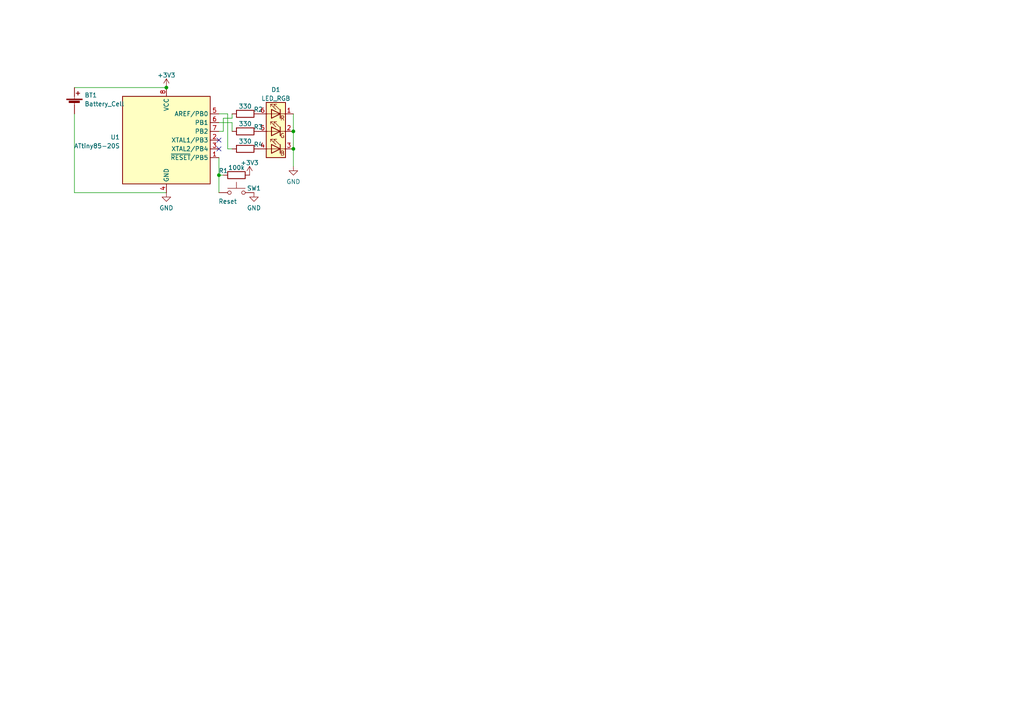
<source format=kicad_sch>
(kicad_sch (version 20211123) (generator eeschema)
  (paper "A4")
  (lib_symbols
    (symbol "Device:Battery_Cell" (pin_numbers hide) (pin_names (offset 0) hide)
      (property "Reference" "BT" (at 2.54 2.54 0))
      (property "Value" "Battery_Cell" (at 2.54 0 0))
      (symbol "Battery_Cell_0_1"
        (rectangle (start -2.286 1.778) (end 2.286 1.524) (fill (type outline)))
        (rectangle (start -1.5748 1.1938) (end 1.4732 0.6858) (fill (type outline)))
        (polyline (pts (xy 0 0.762) (xy 0 0)))
        (polyline (pts (xy 0 1.778) (xy 0 2.54)))
        (polyline (pts (xy 0.508 3.429) (xy 1.524 3.429)) (stroke (width 0.254)))
        (polyline (pts (xy 1.016 3.937) (xy 1.016 2.921)) (stroke (width 0.254)))
      )
      (symbol "Battery_Cell_1_1"
        (pin passive line (at 0 5.08 270) (length 2.54) (name "+") (number "1"))
        (pin passive line (at 0 -2.54 90) (length 2.54) (name "-") (number "2"))
      )
    )
    (symbol "Device:LED_RGB" (pin_names (offset 0) hide)
      (property "Reference" "D" (at 0 9.398 0))
      (property "Value" "LED_RGB" (at 0 -8.89 0))
      (symbol "LED_RGB_0_0"
        (text "B" (at -1.905 -6.35 0) (effects (font (size 1.27 1.27))))
        (text "G" (at -1.905 -1.27 0) (effects (font (size 1.27 1.27))))
        (text "R" (at -1.905 3.81 0) (effects (font (size 1.27 1.27))))
      )
      (symbol "LED_RGB_0_1"
        (polyline (pts (xy -1.27 -5.08) (xy -2.54 -5.08)))
        (polyline (pts (xy -1.27 -5.08) (xy 1.27 -5.08)))
        (polyline (pts (xy -1.27 -3.81) (xy -1.27 -6.35)) (stroke (width 0.254)))
        (polyline (pts (xy -1.27 0) (xy -2.54 0)))
        (polyline (pts (xy -1.27 1.27) (xy -1.27 -1.27)) (stroke (width 0.254)))
        (polyline (pts (xy -1.27 5.08) (xy -2.54 5.08)))
        (polyline (pts (xy -1.27 5.08) (xy 1.27 5.08)))
        (polyline (pts (xy -1.27 6.35) (xy -1.27 3.81)) (stroke (width 0.254)))
        (polyline (pts (xy 1.27 -5.08) (xy 2.54 -5.08)))
        (polyline (pts (xy 1.27 0) (xy -1.27 0)))
        (polyline (pts (xy 1.27 0) (xy 2.54 0)))
        (polyline (pts (xy 1.27 5.08) (xy 2.54 5.08)))
        (polyline (pts (xy -1.27 1.27) (xy -1.27 -1.27) (xy -1.27 -1.27)))
        (polyline (pts (xy -1.27 6.35) (xy -1.27 3.81) (xy -1.27 3.81)))
        (polyline (pts (xy 1.27 -3.81) (xy 1.27 -6.35) (xy -1.27 -5.08) (xy 1.27 -3.81)) (stroke (width 0.254)))
        (polyline (pts (xy 1.27 1.27) (xy 1.27 -1.27) (xy -1.27 0) (xy 1.27 1.27)) (stroke (width 0.254)))
        (polyline (pts (xy 1.27 6.35) (xy 1.27 3.81) (xy -1.27 5.08) (xy 1.27 6.35)) (stroke (width 0.254)))
        (polyline (pts (xy -1.016 -3.81) (xy 0.508 -2.286) (xy -0.254 -2.286) (xy 0.508 -2.286) (xy 0.508 -3.048)))
        (polyline (pts (xy -1.016 1.27) (xy 0.508 2.794) (xy -0.254 2.794) (xy 0.508 2.794) (xy 0.508 2.032)))
        (polyline (pts (xy -1.016 6.35) (xy 0.508 7.874) (xy -0.254 7.874) (xy 0.508 7.874) (xy 0.508 7.112)))
        (polyline (pts (xy 0 -3.81) (xy 1.524 -2.286) (xy 0.762 -2.286) (xy 1.524 -2.286) (xy 1.524 -3.048)))
        (polyline (pts (xy 0 1.27) (xy 1.524 2.794) (xy 0.762 2.794) (xy 1.524 2.794) (xy 1.524 2.032)))
        (polyline (pts (xy 0 6.35) (xy 1.524 7.874) (xy 0.762 7.874) (xy 1.524 7.874) (xy 1.524 7.112)))
        (rectangle (start 1.27 -1.27) (end 1.27 1.27))
        (rectangle (start 1.27 1.27) (end 1.27 1.27))
        (rectangle (start 1.27 3.81) (end 1.27 6.35))
        (rectangle (start 1.27 6.35) (end 1.27 6.35))
        (rectangle (start 2.794 8.382) (end -2.794 -7.62) (stroke (width 0.254)) (fill (type background)))
      )
      (symbol "LED_RGB_1_1"
        (pin passive line (at -5.08 5.08 0) (length 2.54) (name "RK") (number "1"))
        (pin passive line (at -5.08 0 0) (length 2.54) (name "GK") (number "2"))
        (pin passive line (at -5.08 -5.08 0) (length 2.54) (name "BK") (number "3"))
        (pin passive line (at 5.08 -5.08 180) (length 2.54) (name "BA") (number "4"))
        (pin passive line (at 5.08 0 180) (length 2.54) (name "GA") (number "5"))
        (pin passive line (at 5.08 5.08 180) (length 2.54) (name "RA") (number "6"))
      )
    )
    (symbol "Device:R" (pin_numbers hide) (pin_names (offset 0))
      (property "Reference" "R" (at 2.032 0 90))
      (property "Value" "R" (at 0 0 90))
      (symbol "R_0_1"
        (rectangle (start -1.016 -2.54) (end 1.016 2.54) (stroke (width 0.254)))
      )
      (symbol "R_1_1"
        (pin passive line (at 0 3.81 270) (length 1.27) (name "~") (number "1"))
        (pin passive line (at 0 -3.81 90) (length 1.27) (name "~") (number "2"))
      )
    )
    (symbol "MCU_Microchip_ATtiny:ATtiny85-20S"
      (property "Reference" "U" (at -12.7 13.97 0))
      (property "Value" "ATtiny85-20S" (at 2.54 -13.97 0))
      (symbol "ATtiny85-20S_0_1"
        (rectangle (start -12.7 -12.7) (end 12.7 12.7) (stroke (width 0.254)) (fill (type background)))
      )
      (symbol "ATtiny85-20S_1_1"
        (pin bidirectional line (at 15.24 -5.08 180) (length 2.54) (name "~{RESET}/PB5") (number "1"))
        (pin bidirectional line (at 15.24 0 180) (length 2.54) (name "XTAL1/PB3") (number "2"))
        (pin bidirectional line (at 15.24 -2.54 180) (length 2.54) (name "XTAL2/PB4") (number "3"))
        (pin power_in line (at 0 -15.24 90) (length 2.54) (name "GND") (number "4"))
        (pin bidirectional line (at 15.24 7.62 180) (length 2.54) (name "AREF/PB0") (number "5"))
        (pin bidirectional line (at 15.24 5.08 180) (length 2.54) (name "PB1") (number "6"))
        (pin bidirectional line (at 15.24 2.54 180) (length 2.54) (name "PB2") (number "7"))
        (pin power_in line (at 0 15.24 270) (length 2.54) (name "VCC") (number "8"))
      )
    )
    (symbol "Switch:SW_Push" (pin_numbers hide) (pin_names (offset 1.016) hide)
      (property "Reference" "SW" (at 1.27 2.54 0))
      (property "Value" "SW_Push" (at 0 -1.524 0))
      (symbol "SW_Push_0_1"
        (circle (center -2.032 0) (radius 0.508))
        (polyline (pts (xy 0 1.27) (xy 0 3.048)))
        (polyline (pts (xy 2.54 1.27) (xy -2.54 1.27)))
        (circle (center 2.032 0) (radius 0.508))
        (pin passive line (at -5.08 0 0) (length 2.54) (name "1") (number "1"))
        (pin passive line (at 5.08 0 180) (length 2.54) (name "2") (number "2"))
      )
    )
    (symbol "power:+3.3V" (power) (pin_names (offset 0))
      (property "Value" "+3.3V" (at 0 3.556 0))
      (symbol "+3.3V_0_1"
        (polyline (pts (xy -0.762 1.27) (xy 0 2.54)))
        (polyline (pts (xy 0 0) (xy 0 2.54)))
        (polyline (pts (xy 0 2.54) (xy 0.762 1.27)))
      )
      (symbol "+3.3V_1_1"
        (pin power_in line (at 0 0 90) (length 0) hide (name "+3V3") (number "1"))
      )
    )
    (symbol "power:GND" (power) (pin_names (offset 0))
      (property "Value" "GND" (at 0 -3.81 0))
      (symbol "GND_0_1"
        (polyline (pts (xy 0 0) (xy 0 -1.27) (xy 1.27 -1.27) (xy 0 -2.54) (xy -1.27 -1.27) (xy 0 -1.27)))
      )
      (symbol "GND_1_1"
        (pin power_in line (at 0 0 270) (length 0) hide (name "GND") (number "1"))
      )
    )
  )
  (junction (at 48.26 25.4))
  (junction (at 85.09 43.18))
  (junction (at 85.09 38.1))
  (junction (at 63.5 50.8))
  (no_connect (at 63.5 40.64))
  (no_connect (at 63.5 43.18))
  (wire (pts (xy 21.59 25.4) (xy 48.26 25.4)))
  (wire (pts (xy 66.04 33.02) (xy 63.5 33.02)))
  (wire (pts (xy 85.09 33.02) (xy 85.09 38.1)))
  (wire (pts (xy 63.5 38.1) (xy 64.77 38.1)))
  (wire (pts (xy 85.09 38.1) (xy 85.09 43.18)))
  (wire (pts (xy 64.77 38.1) (xy 64.77 34.29)))
  (wire (pts (xy 63.5 35.56) (xy 67.31 35.56)))
  (wire (pts (xy 85.09 43.18) (xy 85.09 48.26)))
  (wire (pts (xy 63.5 50.8) (xy 63.5 45.72)))
  (wire (pts (xy 21.59 33.02) (xy 21.59 55.88)))
  (wire (pts (xy 67.31 34.29) (xy 67.31 33.02)))
  (wire (pts (xy 67.31 35.56) (xy 67.31 38.1)))
  (wire (pts (xy 21.59 55.88) (xy 48.26 55.88)))
  (wire (pts (xy 66.04 43.18) (xy 67.31 43.18)))
  (wire (pts (xy 66.04 43.18) (xy 66.04 33.02)))
  (wire (pts (xy 63.5 50.8) (xy 63.5 55.88)))
  (wire (pts (xy 64.77 34.29) (xy 67.31 34.29)))
  (wire (pts (xy 64.77 50.8) (xy 63.5 50.8)))
  (symbol (lib_id "power:+3.3V") (at 72.39 50.8 0) (unit 1)
    (property "Reference" "#PWR0102" (effects hide))
    (property "Value" "+3.3V" (at 72.39 47.2242 0))
  )
  (symbol (lib_id "power:GND") (at 85.09 48.26 0) (unit 1)
    (property "Reference" "#PWR0104" (effects hide))
    (property "Value" "GND" (at 85.09 52.7034 0))
  )
  (symbol (lib_id "Device:R") (at 71.12 43.18 90) (unit 1)
    (property "Reference" "R4" (at 74.93 41.91 90))
    (property "Value" "330" (at 71.12 41.0011 90))
    (property "Footprint" "Resistor_SMD:R_1206_3216Metric_Pad1.30x1.75mm_HandSolder" (effects hide))
  )
  (symbol (lib_id "power:+3.3V") (at 48.26 25.4 0) (unit 1)
    (property "Reference" "#PWR0101" (effects hide))
    (property "Value" "+3.3V" (at 48.26 21.8242 0))
  )
  (symbol (lib_id "Device:R") (at 71.12 33.02 90) (unit 1)
    (property "Reference" "R2" (at 74.93 31.75 90))
    (property "Value" "330" (at 71.12 30.8411 90))
    (property "Footprint" "Resistor_SMD:R_1206_3216Metric_Pad1.30x1.75mm_HandSolder" (effects hide))
  )
  (symbol (lib_id "power:GND") (at 48.26 55.88 0) (unit 1)
    (property "Reference" "#PWR0105" (effects hide))
    (property "Value" "GND" (at 48.26 60.3234 0))
  )
  (symbol (lib_id "Device:R") (at 68.58 50.8 90) (unit 1)
    (property "Reference" "R1" (at 64.77 49.53 90))
    (property "Value" "100k" (at 68.58 48.6211 90))
    (property "Footprint" "Resistor_SMD:R_1206_3216Metric_Pad1.30x1.75mm_HandSolder" (effects hide))
  )
  (symbol (lib_id "Device:Battery_Cell") (at 21.59 30.48 0) (unit 1)
    (property "Reference" "BT1" (at 24.511 27.6133 0) (effects (justify left)))
    (property "Value" "Battery_Cell" (at 24.511 30.1502 0) (effects (justify left)))
    (property "Footprint" "Footprints_priv:LINX CR2032 Holder" (effects hide))
  )
  (symbol (lib_id "Switch:SW_Push") (at 68.58 55.88 0) (unit 1)
    (property "Reference" "SW1" (at 73.66 54.61 0))
    (property "Value" "Reset" (at 66.04 58.42 0))
    (property "Footprint" "Footprints_priv:SW_PTS526_SM08_SMTR2_LFS" (effects hide))
  )
  (symbol (lib_id "power:GND") (at 73.66 55.88 0) (unit 1)
    (property "Reference" "#PWR0103" (effects hide))
    (property "Value" "GND" (at 73.66 60.3234 0))
  )
  (symbol (lib_id "MCU_Microchip_ATtiny:ATtiny85-20S") (at 48.26 40.64 0) (unit 1)
    (property "Reference" "U1" (at 34.7981 39.8053 0) (effects (justify right)))
    (property "Value" "ATtiny85-20S" (at 34.7981 42.3422 0) (effects (justify right)))
    (property "Footprint" "Package_SO:SOIC-8W_5.3x5.3mm_P1.27mm" (effects hide))
    (property "Datasheet" "http://ww1.microchip.com/downloads/en/DeviceDoc/atmel-2586-avr-8-bit-microcontroller-attiny25-attiny45-attiny85_datasheet.pdf" (effects hide))
  )
  (symbol (lib_id "Device:LED_RGB") (at 80.01 38.1 0) (mirror y) (unit 1)
    (property "Reference" "D1" (at 80.01 26.0182 0))
    (property "Value" "LED_RGB" (at 80.01 28.5551 0))
    (property "Footprint" "LED_SMD:LED_WS2812_PLCC6_5.0x5.0mm_P1.6mm" (effects hide))
  )
  (symbol (lib_id "Device:R") (at 71.12 38.1 90) (unit 1)
    (property "Reference" "R3" (at 74.93 36.83 90))
    (property "Value" "330" (at 71.12 35.9211 90))
    (property "Footprint" "Resistor_SMD:R_1206_3216Metric_Pad1.30x1.75mm_HandSolder" (effects hide))
  )
)
</source>
